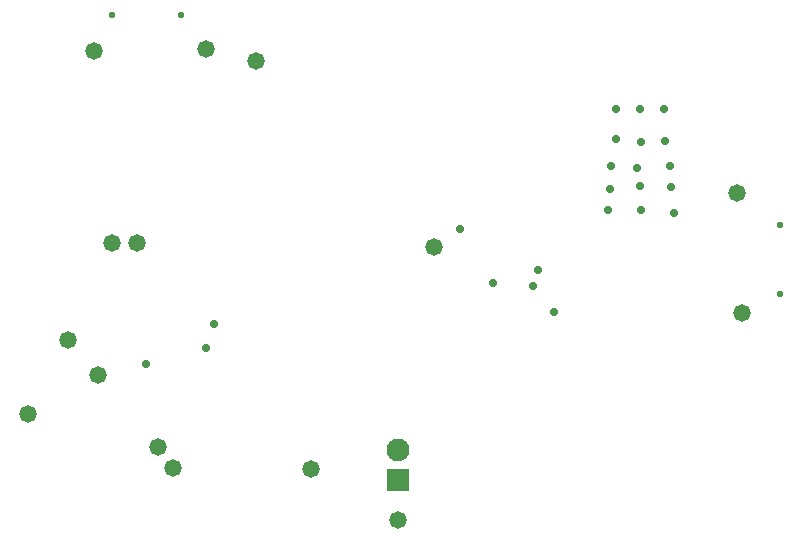
<source format=gbs>
G04*
G04 #@! TF.GenerationSoftware,Altium Limited,Altium Designer,22.3.1 (43)*
G04*
G04 Layer_Color=16711935*
%FSLAX23Y23*%
%MOIN*%
G70*
G04*
G04 #@! TF.SameCoordinates,09264033-3090-4D32-8FBF-651452AD9D60*
G04*
G04*
G04 #@! TF.FilePolarity,Negative*
G04*
G01*
G75*
%ADD64C,0.021*%
%ADD65R,0.076X0.076*%
%ADD66C,0.076*%
%ADD67C,0.058*%
%ADD68C,0.028*%
D64*
X2998Y1109D02*
D03*
Y881D02*
D03*
X999Y1808D02*
D03*
X771D02*
D03*
D65*
X1725Y260D02*
D03*
D66*
Y360D02*
D03*
D67*
X2870Y815D02*
D03*
X2855Y1215D02*
D03*
X1435Y295D02*
D03*
X975Y300D02*
D03*
X925Y370D02*
D03*
X490Y480D02*
D03*
X725Y610D02*
D03*
X625Y725D02*
D03*
X770Y1050D02*
D03*
X855D02*
D03*
X1085Y1695D02*
D03*
X1725Y125D02*
D03*
X1845Y1035D02*
D03*
X710Y1690D02*
D03*
X1250Y1655D02*
D03*
D68*
X885Y645D02*
D03*
X1085Y700D02*
D03*
X1110Y780D02*
D03*
X2190Y960D02*
D03*
X2245Y820D02*
D03*
X2175Y905D02*
D03*
X2040Y915D02*
D03*
X2630Y1305D02*
D03*
X2535Y1385D02*
D03*
X2610Y1495D02*
D03*
X2615Y1390D02*
D03*
X2530Y1495D02*
D03*
X2535Y1160D02*
D03*
X1930Y1095D02*
D03*
X2425Y1160D02*
D03*
X2430Y1230D02*
D03*
X2435Y1305D02*
D03*
X2450Y1495D02*
D03*
Y1395D02*
D03*
X2530Y1240D02*
D03*
X2635Y1235D02*
D03*
X2645Y1150D02*
D03*
X2520Y1300D02*
D03*
M02*

</source>
